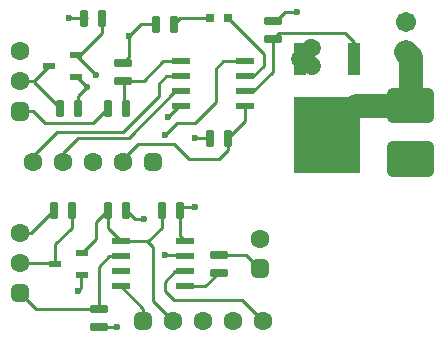
<source format=gtl>
G04 Generated by Ultiboard 14.1 *
%FSLAX24Y24*%
%MOIN*%

%ADD10C,0.0001*%
%ADD11C,0.0100*%
%ADD12C,0.0800*%
%ADD13C,0.0600*%
%ADD14C,0.0633*%
%ADD15R,0.0208X0.0208*%
%ADD16C,0.0392*%
%ADD17R,0.0610X0.0236*%
%ADD18C,0.0236*%
%ADD19R,0.0417X0.0108*%
%ADD20C,0.0167*%
%ADD21R,0.0108X0.0417*%
%ADD22R,0.1181X0.0787*%
%ADD23C,0.0394*%
%ADD24R,0.0315X0.0315*%
%ADD25R,0.0394X0.0236*%
%ADD26C,0.0674*%
%ADD27R,0.0320X0.0320*%
%ADD28C,0.0350*%
%ADD29C,0.0591*%
%ADD30R,0.0394X0.1102*%
%ADD31R,0.2185X0.2559*%


G04 ColorRGB 33FF00 for the following layer *
%LNCopper Top*%
%LPD*%
G54D10*
G54D11*
X780Y10830D02*
X1917Y10830D01*
X1947Y10800D02*
X1947Y11447D01*
X2500Y12000D01*
X2500Y12600D01*
X1900Y12600D02*
X1130Y11830D01*
X780Y11830D01*
X6100Y12600D02*
X6100Y11713D01*
X6263Y11550D01*
X5500Y12600D02*
X5500Y12000D01*
X5050Y11550D01*
X4137Y11550D01*
X6600Y12700D02*
X6100Y12700D01*
X2853Y11174D02*
X3300Y11621D01*
X3300Y12200D01*
X3700Y12600D01*
X3700Y11987D01*
X4137Y11550D01*
X4900Y12300D02*
X4600Y12300D01*
X4300Y12600D01*
X4880Y8890D02*
X4880Y9307D01*
X4137Y10050D01*
X6263Y10050D02*
X6950Y10050D01*
X7400Y10500D01*
X7400Y11100D02*
X8320Y11100D01*
X8780Y10640D01*
X4000Y8700D02*
X3300Y8700D01*
X2700Y9900D02*
X2800Y10000D01*
X2800Y10400D01*
X3400Y9300D02*
X3400Y10700D01*
X3750Y11050D01*
X4137Y11050D01*
X5880Y8890D02*
X5200Y9570D01*
X5200Y11350D01*
X5000Y11550D01*
X6263Y10550D02*
X5950Y10550D01*
X5600Y10200D01*
X5600Y9900D01*
X5900Y9600D01*
X8170Y9600D01*
X8880Y8890D01*
X5600Y11100D02*
X6213Y11100D01*
X780Y16880D02*
X1227Y16880D01*
X1747Y17400D01*
X2774Y17774D02*
X3500Y18500D01*
X3500Y19000D01*
X2400Y19000D02*
X3000Y19000D01*
X8263Y16050D02*
X8263Y15563D01*
X5900Y18800D02*
X6100Y19000D01*
X7100Y19000D01*
X4200Y16900D02*
X4900Y16900D01*
X5550Y17550D01*
X6137Y17550D01*
X4400Y18400D02*
X4800Y18800D01*
X5300Y18800D01*
X4400Y18400D02*
X4400Y17700D01*
X4200Y17500D01*
X8263Y16550D02*
X8550Y16550D01*
X9200Y17200D01*
X9200Y18300D01*
X10000Y19200D02*
X9600Y19200D01*
X9300Y18900D01*
X9200Y18900D01*
X8263Y17050D02*
X8550Y17050D01*
X8900Y17400D01*
X8900Y17800D01*
X7710Y18990D01*
X4210Y14200D02*
X4210Y14310D01*
X4700Y14800D01*
X5900Y14800D01*
X6400Y14300D01*
X8263Y15563D02*
X7700Y15000D01*
X7700Y14600D01*
X7400Y14300D01*
X6400Y14300D01*
X2653Y17774D02*
X2826Y17774D01*
X1210Y14200D02*
X1210Y14410D01*
X2000Y15200D01*
X5650Y17050D02*
X6137Y17050D01*
X2210Y14200D02*
X2210Y14510D01*
X2700Y15000D01*
X4400Y15000D01*
X5950Y16550D01*
X6137Y16550D01*
X4250Y16900D02*
X4250Y16250D01*
X4300Y16200D02*
X4300Y16000D01*
X2000Y15200D02*
X4200Y15200D01*
X5400Y16400D02*
X5400Y16800D01*
X5650Y17050D01*
X4200Y15200D02*
X5400Y16400D01*
X2100Y16000D02*
X1227Y16873D01*
X3000Y16700D02*
X2700Y17000D01*
X3000Y16700D02*
X2700Y16400D01*
X2700Y16000D01*
X780Y15880D02*
X1220Y15880D01*
X1600Y15500D01*
X3200Y15500D01*
X3700Y16000D01*
X5600Y15100D02*
X6000Y15500D01*
X6600Y15500D01*
X7300Y16200D01*
X7300Y17300D01*
X7550Y17550D01*
X8263Y17550D01*
X6600Y15000D02*
X7000Y15000D01*
X7100Y15100D01*
X5700Y15700D02*
X6100Y16100D01*
X2653Y17747D02*
X3300Y17100D01*
X780Y9830D02*
X1310Y9300D01*
X3400Y9300D01*
X11902Y17634D02*
X11902Y18198D01*
X11600Y18500D02*
X9400Y18500D01*
X9200Y18300D01*
X11902Y18198D02*
X11600Y18500D01*
X10132Y17600D02*
X10098Y17634D01*
X10266Y17634D02*
X10098Y17634D01*
X10465Y18000D02*
X10500Y18000D01*
G54D12*
X13800Y16072D02*
X11977Y16072D01*
X11000Y15094D01*
X13800Y16072D02*
X13800Y17700D01*
X13650Y17850D01*
G54D13*
X10098Y17634D02*
X10465Y18000D01*
X10500Y17400D02*
X10266Y17634D01*
G54D14*
X780Y10830D03*
X780Y11830D03*
X5880Y8890D03*
X6880Y8890D03*
X8880Y8890D03*
X7880Y8890D03*
X8780Y11640D03*
X780Y16880D03*
X780Y17880D03*
X4210Y14200D03*
X3210Y14200D03*
X1210Y14200D03*
X2210Y14200D03*
G54D15*
X780Y9830D03*
X4880Y8890D03*
X8780Y10640D03*
X780Y15880D03*
X5210Y14200D03*
G54D16*
X676Y9726D02*
X884Y9726D01*
X884Y9934D01*
X676Y9934D01*
X676Y9726D01*D02*
X4776Y8786D02*
X4984Y8786D01*
X4984Y8994D01*
X4776Y8994D01*
X4776Y8786D01*D02*
X8676Y10536D02*
X8884Y10536D01*
X8884Y10744D01*
X8676Y10744D01*
X8676Y10536D01*D02*
X676Y15776D02*
X884Y15776D01*
X884Y15984D01*
X676Y15984D01*
X676Y15776D01*D02*
X5106Y14096D02*
X5314Y14096D01*
X5314Y14304D01*
X5106Y14304D01*
X5106Y14096D01*D02*
G54D17*
X4137Y10050D03*
X6263Y10050D03*
X4137Y10550D03*
X4137Y11050D03*
X6263Y10550D03*
X6263Y11050D03*
X4137Y11550D03*
X6263Y11550D03*
X6137Y16050D03*
X8263Y16050D03*
X6137Y16550D03*
X6137Y17050D03*
X8263Y16550D03*
X8263Y17050D03*
X6137Y17550D03*
X8263Y17550D03*
G54D18*
X6600Y12700D03*
X4900Y12300D03*
X2700Y9900D03*
X4000Y8700D03*
X5600Y11100D03*
X2400Y19000D03*
X14400Y13900D03*
X4400Y18400D03*
X10000Y19200D03*
X3000Y16700D03*
X5600Y15100D03*
X6600Y15000D03*
X5700Y15700D03*
X3300Y17100D03*
X13200Y14700D03*
X14400Y14700D03*
X13200Y13900D03*
X10300Y15900D03*
X10300Y14200D03*
X10300Y15000D03*
X11000Y14200D03*
X11000Y15000D03*
X11000Y15900D03*
X11700Y14200D03*
X11700Y15000D03*
X11700Y15900D03*
G54D19*
X4200Y17500D03*
X4200Y16900D03*
X3400Y8700D03*
X3400Y9300D03*
X7400Y11100D03*
X7400Y10500D03*
X9200Y18300D03*
X9200Y18900D03*
G54D20*
X3992Y17446D02*
X4408Y17446D01*
X4408Y17554D01*
X3992Y17554D01*
X3992Y17446D01*D02*
X3992Y16846D02*
X4408Y16846D01*
X4408Y16954D01*
X3992Y16954D01*
X3992Y16846D01*D02*
X5246Y18592D02*
X5354Y18592D01*
X5354Y19008D01*
X5246Y19008D01*
X5246Y18592D01*D02*
X5846Y18592D02*
X5954Y18592D01*
X5954Y19008D01*
X5846Y19008D01*
X5846Y18592D01*D02*
X7046Y14792D02*
X7154Y14792D01*
X7154Y15208D01*
X7046Y15208D01*
X7046Y14792D01*D02*
X7646Y14792D02*
X7754Y14792D01*
X7754Y15208D01*
X7646Y15208D01*
X7646Y14792D01*D02*
X2846Y18792D02*
X2954Y18792D01*
X2954Y19208D01*
X2846Y19208D01*
X2846Y18792D01*D02*
X3446Y18792D02*
X3554Y18792D01*
X3554Y19208D01*
X3446Y19208D01*
X3446Y18792D01*D02*
X2046Y15792D02*
X2154Y15792D01*
X2154Y16208D01*
X2046Y16208D01*
X2046Y15792D01*D02*
X2646Y15792D02*
X2754Y15792D01*
X2754Y16208D01*
X2646Y16208D01*
X2646Y15792D01*D02*
X3646Y12392D02*
X3754Y12392D01*
X3754Y12808D01*
X3646Y12808D01*
X3646Y12392D01*D02*
X4246Y12392D02*
X4354Y12392D01*
X4354Y12808D01*
X4246Y12808D01*
X4246Y12392D01*D02*
X3192Y8646D02*
X3608Y8646D01*
X3608Y8754D01*
X3192Y8754D01*
X3192Y8646D01*D02*
X3192Y9246D02*
X3608Y9246D01*
X3608Y9354D01*
X3192Y9354D01*
X3192Y9246D01*D02*
X1846Y12392D02*
X1954Y12392D01*
X1954Y12808D01*
X1846Y12808D01*
X1846Y12392D01*D02*
X2446Y12392D02*
X2554Y12392D01*
X2554Y12808D01*
X2446Y12808D01*
X2446Y12392D01*D02*
X5446Y12392D02*
X5554Y12392D01*
X5554Y12808D01*
X5446Y12808D01*
X5446Y12392D01*D02*
X6046Y12392D02*
X6154Y12392D01*
X6154Y12808D01*
X6046Y12808D01*
X6046Y12392D01*D02*
X3646Y15792D02*
X3754Y15792D01*
X3754Y16208D01*
X3646Y16208D01*
X3646Y15792D01*D02*
X4246Y15792D02*
X4354Y15792D01*
X4354Y16208D01*
X4246Y16208D01*
X4246Y15792D01*D02*
X7192Y11046D02*
X7608Y11046D01*
X7608Y11154D01*
X7192Y11154D01*
X7192Y11046D01*D02*
X7192Y10446D02*
X7608Y10446D01*
X7608Y10554D01*
X7192Y10554D01*
X7192Y10446D01*D02*
X8992Y18246D02*
X9408Y18246D01*
X9408Y18354D01*
X8992Y18354D01*
X8992Y18246D01*D02*
X8992Y18846D02*
X9408Y18846D01*
X9408Y18954D01*
X8992Y18954D01*
X8992Y18846D01*D02*
G54D21*
X5300Y18800D03*
X5900Y18800D03*
X7100Y15000D03*
X7700Y15000D03*
X2900Y19000D03*
X3500Y19000D03*
X2100Y16000D03*
X2700Y16000D03*
X3700Y12600D03*
X4300Y12600D03*
X1900Y12600D03*
X2500Y12600D03*
X5500Y12600D03*
X6100Y12600D03*
X3700Y16000D03*
X4300Y16000D03*
G54D22*
X13800Y14300D03*
X13800Y16072D03*
G54D23*
X13210Y13907D02*
X14390Y13907D01*
X14390Y14693D01*
X13210Y14693D01*
X13210Y13907D01*D02*
X13210Y15679D02*
X14390Y15679D01*
X14390Y16465D01*
X13210Y16465D01*
X13210Y15679D01*D02*
G54D24*
X7100Y19000D03*
X7710Y19000D03*
G54D25*
X2653Y17026D03*
X1747Y17400D03*
X2653Y17774D03*
X1947Y10800D03*
X2853Y10426D03*
X2853Y11174D03*
G54D26*
X13650Y18850D03*
G54D27*
X13650Y17850D03*
G54D28*
X13490Y17690D02*
X13810Y17690D01*
X13810Y18010D01*
X13490Y18010D01*
X13490Y17690D01*D02*
G54D29*
X10500Y18000D03*
X10500Y17400D03*
G54D30*
X10098Y17634D03*
X11902Y17634D03*
G54D31*
X11000Y15094D03*

M02*

</source>
